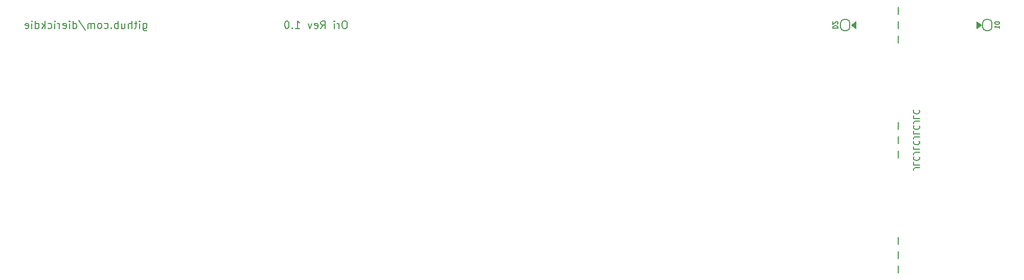
<source format=gbr>
G04 #@! TF.GenerationSoftware,KiCad,Pcbnew,(5.1.10-1-10_14)*
G04 #@! TF.CreationDate,2021-08-20T16:54:01-05:00*
G04 #@! TF.ProjectId,ori_top_plate,6f72695f-746f-4705-9f70-6c6174652e6b,rev?*
G04 #@! TF.SameCoordinates,Original*
G04 #@! TF.FileFunction,Legend,Bot*
G04 #@! TF.FilePolarity,Positive*
%FSLAX46Y46*%
G04 Gerber Fmt 4.6, Leading zero omitted, Abs format (unit mm)*
G04 Created by KiCad (PCBNEW (5.1.10-1-10_14)) date 2021-08-20 16:54:01*
%MOMM*%
%LPD*%
G01*
G04 APERTURE LIST*
%ADD10C,0.150000*%
%ADD11C,0.200000*%
%ADD12C,0.100000*%
G04 APERTURE END LIST*
D10*
X376264440Y-60114123D02*
X376264440Y-58923493D01*
X376264440Y-100595607D02*
X376264440Y-99404977D01*
X376264440Y-95833087D02*
X376264440Y-94642457D01*
X376264440Y-98214347D02*
X376264440Y-97023717D01*
X376264440Y-62495383D02*
X376264440Y-61304753D01*
X376264440Y-57732863D02*
X376264440Y-56542233D01*
X376264440Y-76782975D02*
X376264440Y-75592345D01*
X376264440Y-79164235D02*
X376264440Y-77973605D01*
X376264440Y-81545495D02*
X376264440Y-80354865D01*
X379788300Y-83187967D02*
X379074014Y-83187967D01*
X378931157Y-83235586D01*
X378835919Y-83330824D01*
X378788300Y-83473681D01*
X378788300Y-83568920D01*
X378788300Y-82235586D02*
X378788300Y-82711777D01*
X379788300Y-82711777D01*
X378883538Y-81330824D02*
X378835919Y-81378443D01*
X378788300Y-81521300D01*
X378788300Y-81616539D01*
X378835919Y-81759396D01*
X378931157Y-81854634D01*
X379026395Y-81902253D01*
X379216871Y-81949872D01*
X379359728Y-81949872D01*
X379550204Y-81902253D01*
X379645442Y-81854634D01*
X379740681Y-81759396D01*
X379788300Y-81616539D01*
X379788300Y-81521300D01*
X379740681Y-81378443D01*
X379693061Y-81330824D01*
X379788300Y-80616539D02*
X379074014Y-80616539D01*
X378931157Y-80664158D01*
X378835919Y-80759396D01*
X378788300Y-80902253D01*
X378788300Y-80997491D01*
X378788300Y-79664158D02*
X378788300Y-80140348D01*
X379788300Y-80140348D01*
X378883538Y-78759396D02*
X378835919Y-78807015D01*
X378788300Y-78949872D01*
X378788300Y-79045110D01*
X378835919Y-79187967D01*
X378931157Y-79283205D01*
X379026395Y-79330824D01*
X379216871Y-79378443D01*
X379359728Y-79378443D01*
X379550204Y-79330824D01*
X379645442Y-79283205D01*
X379740681Y-79187967D01*
X379788300Y-79045110D01*
X379788300Y-78949872D01*
X379740681Y-78807015D01*
X379693061Y-78759396D01*
X379788300Y-78045110D02*
X379074014Y-78045110D01*
X378931157Y-78092729D01*
X378835919Y-78187967D01*
X378788300Y-78330824D01*
X378788300Y-78426062D01*
X378788300Y-77092729D02*
X378788300Y-77568920D01*
X379788300Y-77568920D01*
X378883538Y-76187967D02*
X378835919Y-76235586D01*
X378788300Y-76378443D01*
X378788300Y-76473681D01*
X378835919Y-76616539D01*
X378931157Y-76711777D01*
X379026395Y-76759396D01*
X379216871Y-76807015D01*
X379359728Y-76807015D01*
X379550204Y-76759396D01*
X379645442Y-76711777D01*
X379740681Y-76616539D01*
X379788300Y-76473681D01*
X379788300Y-76378443D01*
X379740681Y-76235586D01*
X379693061Y-76187967D01*
X379788300Y-75473681D02*
X379074014Y-75473681D01*
X378931157Y-75521300D01*
X378835919Y-75616539D01*
X378788300Y-75759396D01*
X378788300Y-75854634D01*
X378788300Y-74521300D02*
X378788300Y-74997491D01*
X379788300Y-74997491D01*
X378883538Y-73616539D02*
X378835919Y-73664158D01*
X378788300Y-73807015D01*
X378788300Y-73902253D01*
X378835919Y-74045110D01*
X378931157Y-74140348D01*
X379026395Y-74187967D01*
X379216871Y-74235586D01*
X379359728Y-74235586D01*
X379550204Y-74187967D01*
X379645442Y-74140348D01*
X379740681Y-74045110D01*
X379788300Y-73902253D01*
X379788300Y-73807015D01*
X379740681Y-73664158D01*
X379693061Y-73616539D01*
D11*
X251217425Y-59251046D02*
X251217425Y-60262951D01*
X251276949Y-60381999D01*
X251336473Y-60441523D01*
X251455520Y-60501046D01*
X251634092Y-60501046D01*
X251753139Y-60441523D01*
X251217425Y-60024856D02*
X251336473Y-60084380D01*
X251574568Y-60084380D01*
X251693616Y-60024856D01*
X251753139Y-59965332D01*
X251812663Y-59846284D01*
X251812663Y-59489142D01*
X251753139Y-59370094D01*
X251693616Y-59310570D01*
X251574568Y-59251046D01*
X251336473Y-59251046D01*
X251217425Y-59310570D01*
X250622187Y-60084380D02*
X250622187Y-59251046D01*
X250622187Y-58834380D02*
X250681711Y-58893904D01*
X250622187Y-58953427D01*
X250562663Y-58893904D01*
X250622187Y-58834380D01*
X250622187Y-58953427D01*
X250205520Y-59251046D02*
X249729330Y-59251046D01*
X250026949Y-58834380D02*
X250026949Y-59905808D01*
X249967425Y-60024856D01*
X249848378Y-60084380D01*
X249729330Y-60084380D01*
X249312663Y-60084380D02*
X249312663Y-58834380D01*
X248776949Y-60084380D02*
X248776949Y-59429618D01*
X248836473Y-59310570D01*
X248955520Y-59251046D01*
X249134092Y-59251046D01*
X249253139Y-59310570D01*
X249312663Y-59370094D01*
X247645997Y-59251046D02*
X247645997Y-60084380D01*
X248181711Y-59251046D02*
X248181711Y-59905808D01*
X248122187Y-60024856D01*
X248003139Y-60084380D01*
X247824568Y-60084380D01*
X247705520Y-60024856D01*
X247645997Y-59965332D01*
X247050758Y-60084380D02*
X247050758Y-58834380D01*
X247050758Y-59310570D02*
X246931711Y-59251046D01*
X246693616Y-59251046D01*
X246574568Y-59310570D01*
X246515044Y-59370094D01*
X246455520Y-59489142D01*
X246455520Y-59846284D01*
X246515044Y-59965332D01*
X246574568Y-60024856D01*
X246693616Y-60084380D01*
X246931711Y-60084380D01*
X247050758Y-60024856D01*
X245919806Y-59965332D02*
X245860282Y-60024856D01*
X245919806Y-60084380D01*
X245979330Y-60024856D01*
X245919806Y-59965332D01*
X245919806Y-60084380D01*
X244788854Y-60024856D02*
X244907901Y-60084380D01*
X245145997Y-60084380D01*
X245265044Y-60024856D01*
X245324568Y-59965332D01*
X245384092Y-59846284D01*
X245384092Y-59489142D01*
X245324568Y-59370094D01*
X245265044Y-59310570D01*
X245145997Y-59251046D01*
X244907901Y-59251046D01*
X244788854Y-59310570D01*
X244074568Y-60084380D02*
X244193616Y-60024856D01*
X244253139Y-59965332D01*
X244312663Y-59846284D01*
X244312663Y-59489142D01*
X244253139Y-59370094D01*
X244193616Y-59310570D01*
X244074568Y-59251046D01*
X243895997Y-59251046D01*
X243776949Y-59310570D01*
X243717425Y-59370094D01*
X243657901Y-59489142D01*
X243657901Y-59846284D01*
X243717425Y-59965332D01*
X243776949Y-60024856D01*
X243895997Y-60084380D01*
X244074568Y-60084380D01*
X243122187Y-60084380D02*
X243122187Y-59251046D01*
X243122187Y-59370094D02*
X243062663Y-59310570D01*
X242943616Y-59251046D01*
X242765044Y-59251046D01*
X242645997Y-59310570D01*
X242586473Y-59429618D01*
X242586473Y-60084380D01*
X242586473Y-59429618D02*
X242526949Y-59310570D01*
X242407901Y-59251046D01*
X242229330Y-59251046D01*
X242110282Y-59310570D01*
X242050758Y-59429618D01*
X242050758Y-60084380D01*
X240562663Y-58774856D02*
X241634092Y-60381999D01*
X239610282Y-60084380D02*
X239610282Y-58834380D01*
X239610282Y-60024856D02*
X239729330Y-60084380D01*
X239967425Y-60084380D01*
X240086473Y-60024856D01*
X240145997Y-59965332D01*
X240205520Y-59846284D01*
X240205520Y-59489142D01*
X240145997Y-59370094D01*
X240086473Y-59310570D01*
X239967425Y-59251046D01*
X239729330Y-59251046D01*
X239610282Y-59310570D01*
X239015044Y-60084380D02*
X239015044Y-59251046D01*
X239015044Y-58834380D02*
X239074568Y-58893904D01*
X239015044Y-58953427D01*
X238955520Y-58893904D01*
X239015044Y-58834380D01*
X239015044Y-58953427D01*
X237943616Y-60024856D02*
X238062663Y-60084380D01*
X238300758Y-60084380D01*
X238419806Y-60024856D01*
X238479330Y-59905808D01*
X238479330Y-59429618D01*
X238419806Y-59310570D01*
X238300758Y-59251046D01*
X238062663Y-59251046D01*
X237943616Y-59310570D01*
X237884092Y-59429618D01*
X237884092Y-59548665D01*
X238479330Y-59667713D01*
X237348378Y-60084380D02*
X237348378Y-59251046D01*
X237348378Y-59489142D02*
X237288854Y-59370094D01*
X237229330Y-59310570D01*
X237110282Y-59251046D01*
X236991235Y-59251046D01*
X236574568Y-60084380D02*
X236574568Y-59251046D01*
X236574568Y-58834380D02*
X236634092Y-58893904D01*
X236574568Y-58953427D01*
X236515044Y-58893904D01*
X236574568Y-58834380D01*
X236574568Y-58953427D01*
X235443616Y-60024856D02*
X235562663Y-60084380D01*
X235800758Y-60084380D01*
X235919806Y-60024856D01*
X235979330Y-59965332D01*
X236038854Y-59846284D01*
X236038854Y-59489142D01*
X235979330Y-59370094D01*
X235919806Y-59310570D01*
X235800758Y-59251046D01*
X235562663Y-59251046D01*
X235443616Y-59310570D01*
X234907901Y-60084380D02*
X234907901Y-58834380D01*
X234788854Y-59608189D02*
X234431711Y-60084380D01*
X234431711Y-59251046D02*
X234907901Y-59727237D01*
X233360282Y-60084380D02*
X233360282Y-58834380D01*
X233360282Y-60024856D02*
X233479330Y-60084380D01*
X233717425Y-60084380D01*
X233836473Y-60024856D01*
X233895997Y-59965332D01*
X233955520Y-59846284D01*
X233955520Y-59489142D01*
X233895997Y-59370094D01*
X233836473Y-59310570D01*
X233717425Y-59251046D01*
X233479330Y-59251046D01*
X233360282Y-59310570D01*
X232765044Y-60084380D02*
X232765044Y-59251046D01*
X232765044Y-58834380D02*
X232824568Y-58893904D01*
X232765044Y-58953427D01*
X232705520Y-58893904D01*
X232765044Y-58834380D01*
X232765044Y-58953427D01*
X231693616Y-60024856D02*
X231812663Y-60084380D01*
X232050758Y-60084380D01*
X232169806Y-60024856D01*
X232229330Y-59905808D01*
X232229330Y-59429618D01*
X232169806Y-59310570D01*
X232050758Y-59251046D01*
X231812663Y-59251046D01*
X231693616Y-59310570D01*
X231634092Y-59429618D01*
X231634092Y-59548665D01*
X232229330Y-59667713D01*
X284704362Y-58834380D02*
X284466267Y-58834380D01*
X284347219Y-58893904D01*
X284228171Y-59012951D01*
X284168648Y-59251046D01*
X284168648Y-59667713D01*
X284228171Y-59905808D01*
X284347219Y-60024856D01*
X284466267Y-60084380D01*
X284704362Y-60084380D01*
X284823410Y-60024856D01*
X284942457Y-59905808D01*
X285001981Y-59667713D01*
X285001981Y-59251046D01*
X284942457Y-59012951D01*
X284823410Y-58893904D01*
X284704362Y-58834380D01*
X283632933Y-60084380D02*
X283632933Y-59251046D01*
X283632933Y-59489142D02*
X283573410Y-59370094D01*
X283513886Y-59310570D01*
X283394838Y-59251046D01*
X283275790Y-59251046D01*
X282859124Y-60084380D02*
X282859124Y-59251046D01*
X282859124Y-58834380D02*
X282918648Y-58893904D01*
X282859124Y-58953427D01*
X282799600Y-58893904D01*
X282859124Y-58834380D01*
X282859124Y-58953427D01*
X280597219Y-60084380D02*
X281013886Y-59489142D01*
X281311505Y-60084380D02*
X281311505Y-58834380D01*
X280835314Y-58834380D01*
X280716267Y-58893904D01*
X280656743Y-58953427D01*
X280597219Y-59072475D01*
X280597219Y-59251046D01*
X280656743Y-59370094D01*
X280716267Y-59429618D01*
X280835314Y-59489142D01*
X281311505Y-59489142D01*
X279585314Y-60024856D02*
X279704362Y-60084380D01*
X279942457Y-60084380D01*
X280061505Y-60024856D01*
X280121029Y-59905808D01*
X280121029Y-59429618D01*
X280061505Y-59310570D01*
X279942457Y-59251046D01*
X279704362Y-59251046D01*
X279585314Y-59310570D01*
X279525790Y-59429618D01*
X279525790Y-59548665D01*
X280121029Y-59667713D01*
X279109124Y-59251046D02*
X278811505Y-60084380D01*
X278513886Y-59251046D01*
X276430552Y-60084380D02*
X277144838Y-60084380D01*
X276787695Y-60084380D02*
X276787695Y-58834380D01*
X276906743Y-59012951D01*
X277025790Y-59131999D01*
X277144838Y-59191523D01*
X275894838Y-59965332D02*
X275835314Y-60024856D01*
X275894838Y-60084380D01*
X275954362Y-60024856D01*
X275894838Y-59965332D01*
X275894838Y-60084380D01*
X275061505Y-58834380D02*
X274942457Y-58834380D01*
X274823410Y-58893904D01*
X274763886Y-58953427D01*
X274704362Y-59072475D01*
X274644838Y-59310570D01*
X274644838Y-59608189D01*
X274704362Y-59846284D01*
X274763886Y-59965332D01*
X274823410Y-60024856D01*
X274942457Y-60084380D01*
X275061505Y-60084380D01*
X275180552Y-60024856D01*
X275240076Y-59965332D01*
X275299600Y-59846284D01*
X275359124Y-59608189D01*
X275359124Y-59310570D01*
X275299600Y-59072475D01*
X275240076Y-58953427D01*
X275180552Y-58893904D01*
X275061505Y-58834380D01*
D12*
G36*
X368434560Y-59518904D02*
G01*
X369234560Y-60118904D01*
X369234560Y-58918904D01*
X368434560Y-59518904D01*
G37*
X368434560Y-59518904D02*
X369234560Y-60118904D01*
X369234560Y-58918904D01*
X368434560Y-59518904D01*
D11*
X367720322Y-58618904D02*
X367220360Y-58618904D01*
X366720360Y-59918904D02*
X366720360Y-59118904D01*
X367220398Y-60418904D02*
X367720360Y-60418904D01*
X368220360Y-59918904D02*
X368220360Y-59118904D01*
X368220360Y-59118904D02*
G75*
G03*
X367720360Y-58618904I-500000J0D01*
G01*
X367220360Y-58618904D02*
G75*
G03*
X366720360Y-59118904I0J-500000D01*
G01*
X366720360Y-59918904D02*
G75*
G03*
X367220360Y-60418904I500000J0D01*
G01*
X367720360Y-60418904D02*
G75*
G03*
X368220360Y-59918904I0J500000D01*
G01*
D12*
G36*
X390047170Y-59518840D02*
G01*
X389247170Y-58918840D01*
X389247170Y-60118840D01*
X390047170Y-59518840D01*
G37*
X390047170Y-59518840D02*
X389247170Y-58918840D01*
X389247170Y-60118840D01*
X390047170Y-59518840D01*
D11*
X390761408Y-60418840D02*
X391261370Y-60418840D01*
X391761370Y-59118840D02*
X391761370Y-59918840D01*
X391261332Y-58618840D02*
X390761370Y-58618840D01*
X390261370Y-59118840D02*
X390261370Y-59918840D01*
X390261370Y-59918840D02*
G75*
G03*
X390761370Y-60418840I500000J0D01*
G01*
X391261370Y-60418840D02*
G75*
G03*
X391761370Y-59918840I0J500000D01*
G01*
X391761370Y-59118840D02*
G75*
G03*
X391261370Y-58618840I-500000J0D01*
G01*
X390761370Y-58618840D02*
G75*
G03*
X390261370Y-59118840I0J-500000D01*
G01*
D10*
X365456455Y-60035570D02*
X366256455Y-60035570D01*
X366256455Y-59868904D01*
X366218360Y-59768904D01*
X366142169Y-59702237D01*
X366065979Y-59668904D01*
X365913598Y-59635570D01*
X365799312Y-59635570D01*
X365646931Y-59668904D01*
X365570740Y-59702237D01*
X365494550Y-59768904D01*
X365456455Y-59868904D01*
X365456455Y-60035570D01*
X366180264Y-59368904D02*
X366218360Y-59335570D01*
X366256455Y-59268904D01*
X366256455Y-59102237D01*
X366218360Y-59035570D01*
X366180264Y-59002237D01*
X366104074Y-58968904D01*
X366027883Y-58968904D01*
X365913598Y-59002237D01*
X365456455Y-59402237D01*
X365456455Y-58968904D01*
X393025274Y-59002173D02*
X392225274Y-59002173D01*
X392225274Y-59168840D01*
X392263370Y-59268840D01*
X392339560Y-59335506D01*
X392415750Y-59368840D01*
X392568131Y-59402173D01*
X392682417Y-59402173D01*
X392834798Y-59368840D01*
X392910989Y-59335506D01*
X392987179Y-59268840D01*
X393025274Y-59168840D01*
X393025274Y-59002173D01*
X393025274Y-60068840D02*
X393025274Y-59668840D01*
X393025274Y-59868840D02*
X392225274Y-59868840D01*
X392339560Y-59802173D01*
X392415750Y-59735506D01*
X392453846Y-59668840D01*
M02*

</source>
